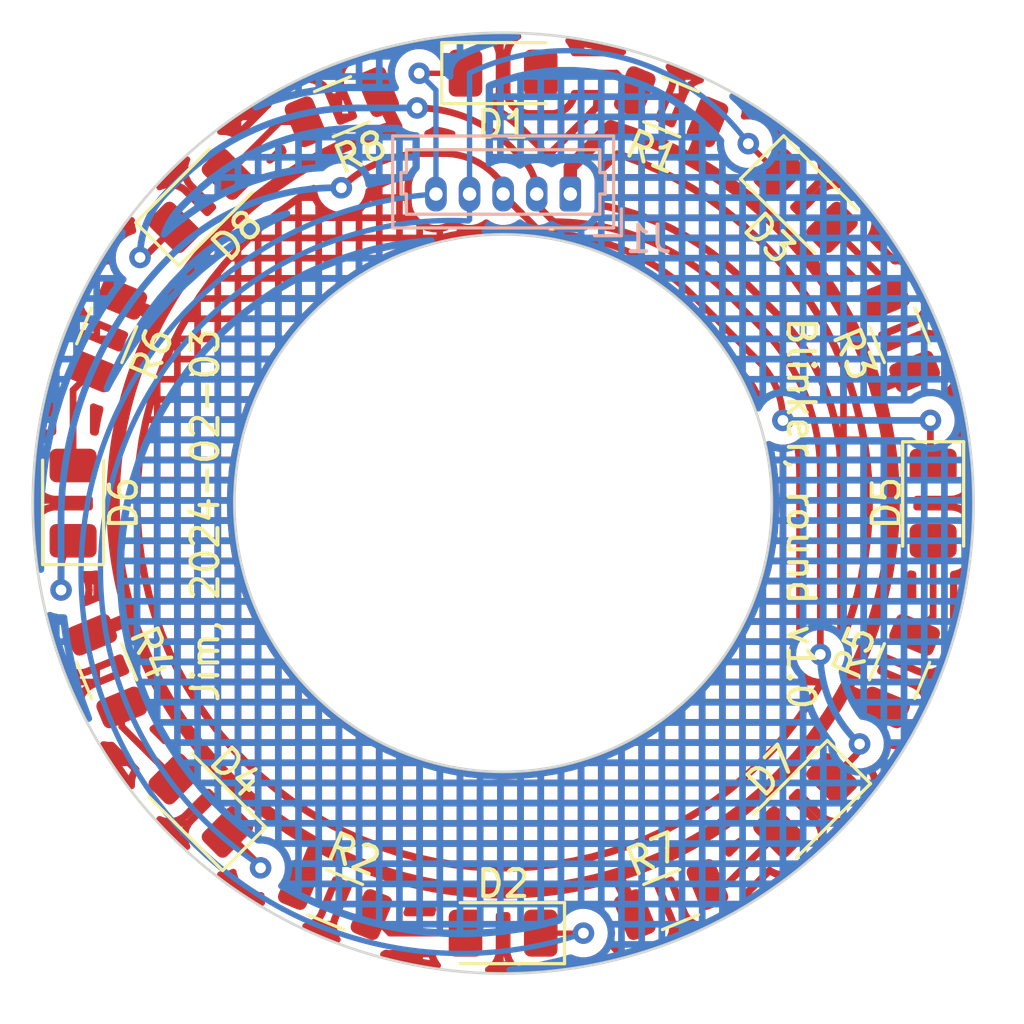
<source format=kicad_pcb>
(kicad_pcb (version 20221018) (generator pcbnew)
  (layers (0 "F.Cu" signal) (31 "B.Cu" signal) (34 "B.Paste" user) (35 "F.Paste" user) (36 "B.SilkS" user "B.Silkscreen") (37 "F.SilkS" user "F.Silkscreen") (38 "B.Mask" user) (39 "F.Mask" user) (44 "Edge.Cuts" user))
  (net 0 "")
  (net 1 "Net-(D1-K)")
  (net 2 "Net-(D1-A)")
  (net 3 "Net-(D2-A)")
  (net 4 "Net-(D3-A)")
  (net 5 "Net-(D4-A)")
  (net 6 "Net-(D5-A)")
  (net 7 "Net-(D6-A)")
  (net 8 "Net-(D7-A)")
  (net 9 "Net-(D8-A)")
  (net 10 "Net-(D3-K)")
  (net 11 "Net-(D5-K)")
  (net 12 "Net-(D7-K)")
  (net 13 "VCC")
  (footprint "LED_SMD:LED_1206_3216Metric" (layer "F.Cu") (at 100 116 180)
    (fp_text reference "D2" (at 0 1.84) (layer "F.SilkS"))
    (fp_text value "LED" hide)
    (fp_line (start -2.285 -1.135) (end -2.285 1.135) (stroke (width 0.12)) (layer "F.SilkS"))
    (fp_line (start -2.285 1.135) (end 1.6 1.135) (stroke (width 0.12)) (layer "F.SilkS"))
    (fp_line (start 1.6 -1.135) (end -2.285 -1.135) (stroke (width 0.12)) (layer "F.SilkS"))
    (pad "1" smd roundrect (at -1.4 0 180) (size 1.25 1.75) (layers "F.Cu" "F.Paste" "F.Mask") (roundrect_rratio 0.2) (net 1 "Net-(D1-K)"))
    (pad "2" smd roundrect (at 1.4 0 180) (size 1.25 1.75) (layers "F.Cu" "F.Paste" "F.Mask") (roundrect_rratio 0.2) (net 3 "Net-(D2-A)"))
  )
  (footprint "Resistor_SMD:R_1206_3216Metric" (layer "F.Cu") (at 114.75 106.25 67.5)
    (fp_text reference "R5" (at 0 -1.82 67.5) (layer "F.SilkS"))
    (fp_text value "R" hide)
    (fp_line (start -0.727064 -0.91) (end 0.727064 -0.91) (stroke (width 0.12)) (layer "F.SilkS"))
    (fp_line (start -0.727064 0.91) (end 0.727064 0.91) (stroke (width 0.12)) (layer "F.SilkS"))
    (pad "1" smd roundrect (at -1.4625 0 67.5) (size 1.125 1.75) (layers "F.Cu" "F.Paste" "F.Mask") (roundrect_rratio 0.2222222222) (net 13 "VCC"))
    (pad "2" smd roundrect (at 1.4625 0 67.5) (size 1.125 1.75) (layers "F.Cu" "F.Paste" "F.Mask") (roundrect_rratio 0.2222222222) (net 6 "Net-(D5-A)"))
  )
  (footprint "LED_SMD:LED_1206_3216Metric" (layer "F.Cu") (at 111.25 88.75 -45)
    (fp_text reference "D3" (at 0.028212 1.937473 135) (layer "F.SilkS"))
    (fp_text value "LED" hide)
    (fp_line (start -2.285 -1.135) (end -2.285 1.135) (stroke (width 0.12)) (layer "F.SilkS"))
    (fp_line (start -2.285 1.135) (end 1.6 1.135) (stroke (width 0.12)) (layer "F.SilkS"))
    (fp_line (start 1.6 -1.135) (end -2.285 -1.135) (stroke (width 0.12)) (layer "F.SilkS"))
    (pad "1" smd roundrect (at -1.4 0 315) (size 1.25 1.75) (layers "F.Cu" "F.Paste" "F.Mask") (roundrect_rratio 0.2) (net 10 "Net-(D3-K)"))
    (pad "2" smd roundrect (at 1.4 0 315) (size 1.25 1.75) (layers "F.Cu" "F.Paste" "F.Mask") (roundrect_rratio 0.2) (net 4 "Net-(D3-A)"))
  )
  (footprint "Resistor_SMD:R_1206_3216Metric" (layer "F.Cu") (at 94 85.25 -157.5)
    (fp_text reference "R8" (at 0 -1.82 22.5) (layer "F.SilkS"))
    (fp_text value "R" hide)
    (fp_line (start -0.727064 -0.91) (end 0.727064 -0.91) (stroke (width 0.12)) (layer "F.SilkS"))
    (fp_line (start -0.727064 0.91) (end 0.727064 0.91) (stroke (width 0.12)) (layer "F.SilkS"))
    (pad "1" smd roundrect (at -1.4625 0 202.5) (size 1.125 1.75) (layers "F.Cu" "F.Paste" "F.Mask") (roundrect_rratio 0.2222222222) (net 13 "VCC"))
    (pad "2" smd roundrect (at 1.4625 0 202.5) (size 1.125 1.75) (layers "F.Cu" "F.Paste" "F.Mask") (roundrect_rratio 0.2222222222) (net 9 "Net-(D8-A)"))
  )
  (footprint "LED_SMD:LED_1206_3216Metric" (layer "F.Cu") (at 84 100 90)
    (fp_text reference "D6" (at 0 1.88 90) (layer "F.SilkS"))
    (fp_text value "LED" hide)
    (fp_line (start -2.285 -1.135) (end -2.285 1.135) (stroke (width 0.12)) (layer "F.SilkS"))
    (fp_line (start -2.285 1.135) (end 1.6 1.135) (stroke (width 0.12)) (layer "F.SilkS"))
    (fp_line (start 1.6 -1.135) (end -2.285 -1.135) (stroke (width 0.12)) (layer "F.SilkS"))
    (pad "1" smd roundrect (at -1.4 0 90) (size 1.25 1.75) (layers "F.Cu" "F.Paste" "F.Mask") (roundrect_rratio 0.2) (net 11 "Net-(D5-K)"))
    (pad "2" smd roundrect (at 1.4 0 90) (size 1.25 1.75) (layers "F.Cu" "F.Paste" "F.Mask") (roundrect_rratio 0.2) (net 7 "Net-(D6-A)"))
  )
  (footprint "LED_SMD:LED_1206_3216Metric" (layer "F.Cu") (at 88.75 88.75 45)
    (fp_text reference "D8" (at 0.042499 1.866762 45) (layer "F.SilkS"))
    (fp_text value "LED" hide)
    (fp_line (start -2.285 -1.135) (end -2.285 1.135) (stroke (width 0.12)) (layer "F.SilkS"))
    (fp_line (start -2.285 1.135) (end 1.6 1.135) (stroke (width 0.12)) (layer "F.SilkS"))
    (fp_line (start 1.6 -1.135) (end -2.285 -1.135) (stroke (width 0.12)) (layer "F.SilkS"))
    (pad "1" smd roundrect (at -1.4 0 45) (size 1.25 1.75) (layers "F.Cu" "F.Paste" "F.Mask") (roundrect_rratio 0.2) (net 12 "Net-(D7-K)"))
    (pad "2" smd roundrect (at 1.4 0 45) (size 1.25 1.75) (layers "F.Cu" "F.Paste" "F.Mask") (roundrect_rratio 0.2) (net 9 "Net-(D8-A)"))
  )
  (footprint "LED_SMD:LED_1206_3216Metric" (layer "F.Cu") (at 116 100 -90)
    (fp_text reference "D5" (at 0 1.74 90) (layer "F.SilkS"))
    (fp_text value "LED" hide)
    (fp_line (start -2.285 -1.135) (end -2.285 1.135) (stroke (width 0.12)) (layer "F.SilkS"))
    (fp_line (start -2.285 1.135) (end 1.6 1.135) (stroke (width 0.12)) (layer "F.SilkS"))
    (fp_line (start 1.6 -1.135) (end -2.285 -1.135) (stroke (width 0.12)) (layer "F.SilkS"))
    (pad "1" smd roundrect (at -1.4 0 270) (size 1.25 1.75) (layers "F.Cu" "F.Paste" "F.Mask") (roundrect_rratio 0.2) (net 11 "Net-(D5-K)"))
    (pad "2" smd roundrect (at 1.4 0 270) (size 1.25 1.75) (layers "F.Cu" "F.Paste" "F.Mask") (roundrect_rratio 0.2) (net 6 "Net-(D5-A)"))
  )
  (footprint "LED_SMD:LED_1206_3216Metric" (layer "F.Cu") (at 88.75 111.25 135)
    (fp_text reference "D4" (at -0.035319 1.803158 135) (layer "F.SilkS"))
    (fp_text value "LED" hide)
    (fp_line (start -2.285 -1.135) (end -2.285 1.135) (stroke (width 0.12)) (layer "F.SilkS"))
    (fp_line (start -2.285 1.135) (end 1.6 1.135) (stroke (width 0.12)) (layer "F.SilkS"))
    (fp_line (start 1.6 -1.135) (end -2.285 -1.135) (stroke (width 0.12)) (layer "F.SilkS"))
    (pad "1" smd roundrect (at -1.4 0 135) (size 1.25 1.75) (layers "F.Cu" "F.Paste" "F.Mask") (roundrect_rratio 0.2) (net 10 "Net-(D3-K)"))
    (pad "2" smd roundrect (at 1.4 0 135) (size 1.25 1.75) (layers "F.Cu" "F.Paste" "F.Mask") (roundrect_rratio 0.2) (net 5 "Net-(D4-A)"))
  )
  (footprint "Resistor_SMD:R_1206_3216Metric" (layer "F.Cu") (at 85.25 93.75 -112.5)
    (fp_text reference "R6" (at 0 -1.82 67.5) (layer "F.SilkS"))
    (fp_text value "R" hide)
    (fp_line (start -0.727064 -0.91) (end 0.727064 -0.91) (stroke (width 0.12)) (layer "F.SilkS"))
    (fp_line (start -0.727064 0.91) (end 0.727064 0.91) (stroke (width 0.12)) (layer "F.SilkS"))
    (pad "1" smd roundrect (at -1.4625 0 247.5) (size 1.125 1.75) (layers "F.Cu" "F.Paste" "F.Mask") (roundrect_rratio 0.2222222222) (net 13 "VCC"))
    (pad "2" smd roundrect (at 1.4625 0 247.5) (size 1.125 1.75) (layers "F.Cu" "F.Paste" "F.Mask") (roundrect_rratio 0.2222222222) (net 7 "Net-(D6-A)"))
  )
  (footprint "Resistor_SMD:R_1206_3216Metric" (layer "F.Cu") (at 93.75 114.75 -22.5)
    (fp_text reference "R2" (at 0 -1.82 157.5) (layer "F.SilkS"))
    (fp_text value "R" hide)
    (fp_line (start -0.727064 -0.91) (end 0.727064 -0.91) (stroke (width 0.12)) (layer "F.SilkS"))
    (fp_line (start -0.727064 0.91) (end 0.727064 0.91) (stroke (width 0.12)) (layer "F.SilkS"))
    (pad "1" smd roundrect (at -1.4625 0 337.5) (size 1.125 1.75) (layers "F.Cu" "F.Paste" "F.Mask") (roundrect_rratio 0.2222222222) (net 13 "VCC"))
    (pad "2" smd roundrect (at 1.4625 0 337.5) (size 1.125 1.75) (layers "F.Cu" "F.Paste" "F.Mask") (roundrect_rratio 0.2222222222) (net 3 "Net-(D2-A)"))
  )
  (footprint "Resistor_SMD:R_1206_3216Metric" (layer "F.Cu") (at 106.25 114.75 22.5)
    (fp_text reference "R7" (at 0 -1.82 22.5) (layer "F.SilkS"))
    (fp_text value "R" hide)
    (fp_line (start -0.727064 -0.91) (end 0.727064 -0.91) (stroke (width 0.12)) (layer "F.SilkS"))
    (fp_line (start -0.727064 0.91) (end 0.727064 0.91) (stroke (width 0.12)) (layer "F.SilkS"))
    (pad "1" smd roundrect (at -1.4625 0 22.5) (size 1.125 1.75) (layers "F.Cu" "F.Paste" "F.Mask") (roundrect_rratio 0.2222222222) (net 13 "VCC"))
    (pad "2" smd roundrect (at 1.4625 0 22.5) (size 1.125 1.75) (layers "F.Cu" "F.Paste" "F.Mask") (roundrect_rratio 0.2222222222) (net 8 "Net-(D7-A)"))
  )
  (footprint "Resistor_SMD:R_1206_3216Metric" (layer "F.Cu") (at 114.75 93.75 112.5)
    (fp_text reference "R3" (at 0 -1.82 112.5) (layer "F.SilkS"))
    (fp_text value "R" hide)
    (fp_line (start -0.727064 -0.91) (end 0.727064 -0.91) (stroke (width 0.12)) (layer "F.SilkS"))
    (fp_line (start -0.727064 0.91) (end 0.727064 0.91) (stroke (width 0.12)) (layer "F.SilkS"))
    (pad "1" smd roundrect (at -1.4625 0 112.5) (size 1.125 1.75) (layers "F.Cu" "F.Paste" "F.Mask") (roundrect_rratio 0.2222222222) (net 13 "VCC"))
    (pad "2" smd roundrect (at 1.4625 0 112.5) (size 1.125 1.75) (layers "F.Cu" "F.Paste" "F.Mask") (roundrect_rratio 0.2222222222) (net 4 "Net-(D3-A)"))
  )
  (footprint "LED_SMD:LED_1206_3216Metric" (layer "F.Cu") (at 111.25 111.25 -135)
    (fp_text reference "D7" (at -0.028212 1.796051 45) (layer "F.SilkS"))
    (fp_text value "LED" hide)
    (fp_line (start -2.285 -1.135) (end -2.285 1.135) (stroke (width 0.12)) (layer "F.SilkS"))
    (fp_line (start -2.285 1.135) (end 1.6 1.135) (stroke (width 0.12)) (layer "F.SilkS"))
    (fp_line (start 1.6 -1.135) (end -2.285 -1.135) (stroke (width 0.12)) (layer "F.SilkS"))
    (pad "1" smd roundrect (at -1.4 0 225) (size 1.25 1.75) (layers "F.Cu" "F.Paste" "F.Mask") (roundrect_rratio 0.2) (net 12 "Net-(D7-K)"))
    (pad "2" smd roundrect (at 1.4 0 225) (size 1.25 1.75) (layers "F.Cu" "F.Paste" "F.Mask") (roundrect_rratio 0.2) (net 8 "Net-(D7-A)"))
  )
  (footprint "Resistor_SMD:R_1206_3216Metric" (layer "F.Cu") (at 106.25 85.25 157.5)
    (fp_text reference "R1" (at 0 -1.82 157.5) (layer "F.SilkS"))
    (fp_text value "R" hide)
    (fp_line (start -0.727064 -0.91) (end 0.727064 -0.91) (stroke (width 0.12)) (layer "F.SilkS"))
    (fp_line (start -0.727064 0.91) (end 0.727064 0.91) (stroke (width 0.12)) (layer "F.SilkS"))
    (pad "1" smd roundrect (at -1.4625 0 157.5) (size 1.125 1.75) (layers "F.Cu" "F.Paste" "F.Mask") (roundrect_rratio 0.2222222222) (net 13 "VCC"))
    (pad "2" smd roundrect (at 1.4625 0 157.5) (size 1.125 1.75) (layers "F.Cu" "F.Paste" "F.Mask") (roundrect_rratio 0.2222222222) (net 2 "Net-(D1-A)"))
  )
  (footprint "LED_SMD:LED_1206_3216Metric" (layer "F.Cu") (at 100 84)
    (fp_text reference "D1" (at 0 1.91) (layer "F.SilkS"))
    (fp_text value "LED" hide)
    (fp_line (start -2.285 -1.135) (end -2.285 1.135) (stroke (width 0.12)) (layer "F.SilkS"))
    (fp_line (start -2.285 1.135) (end 1.6 1.135) (stroke (width 0.12)) (layer "F.SilkS"))
    (fp_line (start 1.6 -1.135) (end -2.285 -1.135) (stroke (width 0.12)) (layer "F.SilkS"))
    (pad "1" smd roundrect (at -1.4 0) (size 1.25 1.75) (layers "F.Cu" "F.Paste" "F.Mask") (roundrect_rratio 0.2) (net 1 "Net-(D1-K)"))
    (pad "2" smd roundrect (at 1.4 0) (size 1.25 1.75) (layers "F.Cu" "F.Paste" "F.Mask") (roundrect_rratio 0.2) (net 2 "Net-(D1-A)"))
  )
  (footprint "Resistor_SMD:R_1206_3216Metric" (layer "F.Cu") (at 85.25 106.25 -67.5)
    (fp_text reference "R4" (at 0 -1.82 112.5) (layer "F.SilkS"))
    (fp_text value "R" hide)
    (fp_line (start -0.727064 -0.91) (end 0.727064 -0.91) (stroke (width 0.12)) (layer "F.SilkS"))
    (fp_line (start -0.727064 0.91) (end 0.727064 0.91) (stroke (width 0.12)) (layer "F.SilkS"))
    (pad "1" smd roundrect (at -1.4625 0 292.5) (size 1.125 1.75) (layers "F.Cu" "F.Paste" "F.Mask") (roundrect_rratio 0.2222222222) (net 13 "VCC"))
    (pad "2" smd roundrect (at 1.4625 0 292.5) (size 1.125 1.75) (layers "F.Cu" "F.Paste" "F.Mask") (roundrect_rratio 0.2222222222) (net 5 "Net-(D4-A)"))
  )
  (footprint "Connector_Molex:Molex_PicoBlade_53047-0510_1x05_P1.25mm_Vertical" (layer "B.Cu") (at 102.5 88.5 180)
    (fp_text reference "J1" (at -2.91 -1.67) (layer "B.SilkS") (effects (justify mirror)))
    (fp_text value "To Base" hide)
    (fp_line (start -1.9 -1.55) (end -1.9 -0.55) (stroke (width 0.12)) (layer "B.SilkS"))
    (fp_line (start -1.9 -1.55) (end -0.9 -1.55) (stroke (width 0.12)) (layer "B.SilkS"))
    (fp_line (start -1.61 -1.26) (end 6.61 -1.26) (stroke (width 0.12)) (layer "B.SilkS"))
    (fp_line (start -1.61 2.16) (end -1.61 -1.26) (stroke (width 0.12)) (layer "B.SilkS"))
    (fp_line (start -1.3 0) (end -1.3 0.8) (stroke (width 0.12)) (layer "B.SilkS"))
    (fp_line (start -1.3 0.8) (end -1.1 0.8) (stroke (width 0.12)) (layer "B.SilkS"))
    (fp_line (start -1.1 -0.75) (end -1.1 0) (stroke (width 0.12)) (layer "B.SilkS"))
    (fp_line (start -1.1 0) (end -1.3 0) (stroke (width 0.12)) (layer "B.SilkS"))
    (fp_line (start -1.1 0.8) (end -1.1 1.65) (stroke (width 0.12)) (layer "B.SilkS"))
    (fp_line (start -1.1 1.65) (end 2.5 1.65) (stroke (width 0.12)) (layer "B.SilkS"))
    (fp_line (start 2.5 -0.75) (end -1.1 -0.75) (stroke (width 0.12)) (layer "B.SilkS"))
    (fp_line (start 2.5 -0.75) (end 6.1 -0.75) (stroke (width 0.12)) (layer "B.SilkS"))
    (fp_line (start 6.1 -0.75) (end 6.1 0) (stroke (width 0.12)) (layer "B.SilkS"))
    (fp_line (start 6.1 0) (end 6.3 0) (stroke (width 0.12)) (layer "B.SilkS"))
    (fp_line (start 6.1 0.8) (end 6.1 1.65) (stroke (width 0.12)) (layer "B.SilkS"))
    (fp_line (start 6.1 1.65) (end 2.5 1.65) (stroke (width 0.12)) (layer "B.SilkS"))
    (fp_line (start 6.3 0) (end 6.3 0.8) (stroke (width 0.12)) (layer "B.SilkS"))
    (fp_line (start 6.3 0.8) (end 6.1 0.8) (stroke (width 0.12)) (layer "B.SilkS"))
    (fp_line (start 6.61 -1.26) (end 6.61 2.16) (stroke (width 0.12)) (layer "B.SilkS"))
    (fp_line (start 6.61 2.16) (end -1.61 2.16) (stroke (width 0.12)) (layer "B.SilkS"))
    (pad "1" thru_hole roundrect (at 0 0 180) (size 0.8 1.3) (drill 0.5) (layers "*.Cu" "*.Mask") (net 13 "VCC"))
    (pad "2" thru_hole oval (at 1.25 0 180) (size 0.8 1.3) (drill 0.5) (layers "*.Cu" "*.Mask") (net 12 "Net-(D7-K)"))
    (pad "3" thru_hole oval (at 2.5 0 180) (size 0.8 1.3) (drill 0.5) (layers "*.Cu" "*.Mask") (net 11 "Net-(D5-K)"))
    (pad "4" thru_hole oval (at 3.75 0 180) (size 0.8 1.3) (drill 0.5) (layers "*.Cu" "*.Mask") (net 10 "Net-(D3-K)"))
    (pad "5" thru_hole oval (at 5 0 180) (size 0.8 1.3) (drill 0.5) (layers "*.Cu" "*.Mask") (net 1 "Net-(D1-K)"))
  )
  (gr_circle (center 100 100) (end 117.5 100) (stroke (width 0.1)) (fill none) (layer "Edge.Cuts"))
  (gr_circle (center 100 100) (end 110 100) (stroke (width 0.1)) (fill none) (layer "Edge.Cuts"))
  (gr_text "Blinker, round v1.0" (at 110.5 93 270) (layer "F.SilkS") (effects (font (size 1 1)) (justify left bottom)))
  (gr_text "Jim, 2024-02-03" (at 89.5 107.5 90) (layer "F.SilkS") (effects (font (size 1 1)) (justify left bottom)))
  (segment (start 98.592378 84.007622) (end 98.6 84) (width 0.2) (layer "F.Cu") (net 1))
  (segment (start 96.875836 84.007622) (end 98.592378 84.007622) (width 0.2) (layer "F.Cu") (net 1))
  (segment (start 101.400524 115.999476) (end 101.4 116) (width 0.2) (layer "F.Cu") (net 1))
  (segment (start 102.987874 115.999476) (end 101.400524 115.999476) (width 0.2) (layer "F.Cu") (net 1))
  (via (at 96.875836 84.007622) (size 0.8) (drill 0.4) (layers "F.Cu" "B.Cu") (net 1))
  (via (at 102.987874 115.999476) (size 0.8) (drill 0.4) (layers "F.Cu" "B.Cu") (net 1))
  (segment (start 102.988398 116) (end 102.987874 115.999476) (width 0.2) (layer "B.Cu") (net 1))
  (segment (start 97.5 84.631786) (end 96.875836 84.007622) (width 0.2) (layer "B.Cu") (net 1))
  (segment (start 97.5 88.5) (end 97.5 84.631786) (width 0.2) (layer "B.Cu") (net 1))
  (segment (start 103 116) (end 102.988398 116) (width 0.2) (layer "B.Cu") (net 1))
  (arc (start 103 116) (mid 84.571128 105.385773) (end 97.5 88.5) (width 0.2) (layer "B.Cu") (net 1))
  (segment (start 104.208501 84) (end 104.898826 84.690325) (width 0.25) (layer "F.Cu") (net 2))
  (segment (start 101.4 84) (end 104.208501 84) (width 0.25) (layer "F.Cu") (net 2))
  (segment (start 95.791499 116) (end 95.101174 115.309675) (width 0.25) (layer "F.Cu") (net 3))
  (segment (start 98.6 116) (end 95.791499 116) (width 0.25) (layer "F.Cu") (net 3))
  (segment (start 112.239949 89.739949) (end 114.190325 91.690325) (width 0.25) (layer "F.Cu") (net 4))
  (segment (start 114.190325 91.690325) (end 114.190325 92.398826) (width 0.25) (layer "F.Cu") (net 4))
  (segment (start 85.809675 108.309675) (end 85.809675 107.601174) (width 0.25) (layer "F.Cu") (net 5))
  (segment (start 87.760051 110.260051) (end 85.809675 108.309675) (width 0.25) (layer "F.Cu") (net 5))
  (segment (start 116 104.208501) (end 115.309675 104.898826) (width 0.25) (layer "F.Cu") (net 6))
  (segment (start 116 101.4) (end 116 104.208501) (width 0.25) (layer "F.Cu") (net 6))
  (segment (start 84 98.6) (end 84 95.791499) (width 0.25) (layer "F.Cu") (net 7))
  (segment (start 84 95.791499) (end 84.690325 95.101174) (width 0.25) (layer "F.Cu") (net 7))
  (segment (start 107.601174 114.190325) (end 108.309675 114.190325) (width 0.25) (layer "F.Cu") (net 8))
  (segment (start 108.309675 114.190325) (end 110.260051 112.239949) (width 0.25) (layer "F.Cu") (net 8))
  (segment (start 92.648826 85.809675) (end 91.690325 85.809675) (width 0.25) (layer "F.Cu") (net 9))
  (segment (start 91.690325 85.809675) (end 89.739949 87.760051) (width 0.25) (layer "F.Cu") (net 9))
  (segment (start 90.974726 113.474726) (end 89.739949 112.239949) (width 0.2) (layer "F.Cu") (net 10))
  (segment (start 109.124742 86.624742) (end 110.260051 87.760051) (width 0.2) (layer "F.Cu") (net 10))
  (segment (start 109.123639 86.624742) (end 109.124742 86.624742) (width 0.2) (layer "F.Cu") (net 10))
  (segment (start 90.974726 113.570001) (end 90.974726 113.474726) (width 0.2) (layer "F.Cu") (net 10))
  (via (at 109.123639 86.624742) (size 0.8) (drill 0.4) (layers "F.Cu" "B.Cu") (net 10))
  (via (at 90.974726 113.570001) (size 0.8) (drill 0.4) (layers "F.Cu" "B.Cu") (net 10))
  (segment (start 98.7 89.5) (end 98.75 89.45) (width 0.2) (layer "B.Cu") (net 10))
  (segment (start 91 113.544727) (end 90.974726 113.570001) (width 0.2) (layer "B.Cu") (net 10))
  (segment (start 98.75 89.45) (end 98.75 88.5) (width 0.2) (layer "B.Cu") (net 10))
  (segment (start 109.1 86.601103) (end 109.123639 86.624742) (width 0.2) (layer "B.Cu") (net 10))
  (segment (start 109.1 86.6) (end 109.1 86.601103) (width 0.2) (layer "B.Cu") (net 10))
  (segment (start 98.75 84) (end 98.75 88.5) (width 0.2) (layer "B.Cu") (net 10))
  (segment (start 91 113.5) (end 91 113.544727) (width 0.2) (layer "B.Cu") (net 10))
  (arc (start 91 113.5) (mid 85.642076 98.545792) (end 98.7 89.5) (width 0.2) (layer "B.Cu") (net 10))
  (arc (start 98.75 84) (mid 104.398161 83.416454) (end 109.1 86.6) (width 0.2) (layer "B.Cu") (net 10))
  (segment (start 100 88.1) (end 99.676354 87.776354) (width 0.25) (layer "F.Cu") (net 11))
  (segment (start 108.290143 93.50674) (end 109.493945 94.710542) (width 0.25) (layer "F.Cu") (net 11))
  (segment (start 115.89794 96.922005) (end 115.89794 98.353606) (width 0.25) (layer "F.Cu") (net 11))
  (segment (start 100 88.5) (end 100 88.525305) (width 0.25) (layer "F.Cu") (net 11))
  (segment (start 100 88.525305) (end 101.445937 89.971242) (width 0.25) (layer "F.Cu") (net 11))
  (segment (start 83.551296 103.232125) (end 83.551296 102.483267) (width 0.25) (layer "F.Cu") (net 11))
  (segment (start 107.094255 92.310852) (end 108.290143 93.50674) (width 0.25) (layer "F.Cu") (net 11))
  (segment (start 100 88.5) (end 100 88.1) (width 0.25) (layer "F.Cu") (net 11))
  (segment (start 97.79 86.995) (end 97.046051 86.995) (width 0.25) (layer "F.Cu") (net 11))
  (via (at 83.551296 103.232125) (size 0.8) (drill 0.4) (layers "F.Cu" "B.Cu") (net 11))
  (via (at 93.98 88.265) (size 0.8) (drill 0.4) (layers "F.Cu" "B.Cu") (net 11))
  (via (at 115.89794 96.922005) (size 0.8) (drill 0.4) (layers "F.Cu" "B.Cu") (net 11))
  (via (at 110.409963 96.922005) (size 0.8) (drill 0.4) (layers "F.Cu" "B.Cu") (net 11))
  (arc (start 97.046051 86.995) (mid 95.386717 87.325062) (end 93.98 88.265) (width 0.25) (layer "F.Cu") (net 11))
  (arc (start 99.676354 87.776354) (mid 98.810888 87.198067) (end 97.79 86.995) (width 0.25) (layer "F.Cu") (net 11))
  (arc (start 109.493945 94.710542) (mid 110.171897 95.725169) (end 110.409963 96.922005) (width 0.25) (layer "F.Cu") (net 11))
  (arc (start 115.89794 98.353606) (mid 115.924464 98.486954) (end 116 98.6) (width 0.25) (layer "F.Cu") (net 11))
  (arc (start 83.551296 102.483267) (mid 83.66791 101.897008) (end 84 101.4) (width 0.25) (layer "F.Cu") (net 11))
  (arc (start 101.445937 89.971242) (mid 104.502785 90.579287) (end 107.094255 92.310852) (width 0.25) (layer "F.Cu") (net 11))
  (segment (start 93.98 88.265) (end 93.762102 88.265) (width 0.25) (layer "B.Cu") (net 11))
  (segment (start 83.551296 100.651862) (end 83.551296 103.232125) (width 0.25) (layer "B.Cu") (net 11))
  (segment (start 110.409963 96.922005) (end 115.89794 96.922005) (width 0.25) (layer "B.Cu") (net 11))
  (arc (start 93.762102 88.265) (mid 90.443433 88.925124) (end 87.63 90.805) (width 0.25) (layer "B.Cu") (net 11))
  (arc (start 87.63 90.805) (mid 84.611317 95.322778) (end 83.551296 100.651862) (width 0.25) (layer "B.Cu") (net 11))
  (segment (start 86.749787 90.750212) (end 87.760051 89.739949) (width 0.25) (layer "F.Cu") (net 12))
  (segment (start 100.273981 86.73544) (end 100.692417 87.153876) (width 0.25) (layer "F.Cu") (net 12))
  (segment (start 111.802493 100.241207) (end 111.802493 105.629297) (width 0.25) (layer "F.Cu") (net 12))
  (segment (start 113.065584 109.434417) (end 112.239949 110.260051) (width 0.25) (layer "F.Cu") (net 12))
  (segment (start 111.802493 98.873701) (end 111.802493 100.241207) (width 0.25) (layer "F.Cu") (net 12))
  (segment (start 101.25 88.5) (end 101.25 88.9) (width 0.25) (layer "F.Cu") (net 12))
  (segment (start 101.25 88.9) (end 101.878096 89.528096) (width 0.25) (layer "F.Cu") (net 12))
  (segment (start 108.351994 92.209673) (end 109.530184 93.387862) (width 0.25) (layer "F.Cu") (net 12))
  (via (at 113.261421 108.961623) (size 0.8) (drill 0.4) (layers "F.Cu" "B.Cu") (net 12))
  (via (at 86.488969 90.858247) (size 0.8) (drill 0.4) (layers "F.Cu" "B.Cu") (net 12))
  (via (at 111.802493 105.629297) (size 0.8) (drill 0.4) (layers "F.Cu" "B.Cu") (net 12))
  (via (at 96.8 85.29647) (size 0.8) (drill 0.4) (layers "F.Cu" "B.Cu") (net 12))
  (arc (start 101.878096 89.528096) (mid 105.381745 90.225015) (end 108.351994 92.209673) (width 0.25) (layer "F.Cu") (net 12))
  (arc (start 86.488969 90.858247) (mid 86.630123 90.83017) (end 86.749787 90.750212) (width 0.25) (layer "F.Cu") (net 12))
  (arc (start 100.692417 87.153876) (mid 101.105089 87.771483) (end 101.25 88.5) (width 0.25) (layer "F.Cu") (net 12))
  (arc (start 113.261421 108.961623) (mid 113.210524 109.217497) (end 113.065584 109.434417) (width 0.25) (layer "F.Cu") (net 12))
  (arc (start 109.530184 93.387862) (mid 111.211939 95.904786) (end 111.802493 98.873701) (width 0.25) (layer "F.Cu") (net 12))
  (arc (start 96.8 85.29647) (mid 98.680105 85.670446) (end 100.273981 86.73544) (width 0.25) (layer "F.Cu") (net 12))
  (segment (start 94.586148 85.29647) (end 96.8 85.29647) (width 0.25) (layer "B.Cu") (net 12))
  (segment (start 87.493578 88.432908) (end 87.832606 88.093879) (width 0.25) (layer "B.Cu") (net 12))
  (segment (start 113.127185 108.827388) (end 113.261421 108.961623) (width 0.25) (layer "B.Cu") (net 12))
  (arc (start 111.802493 105.629297) (mid 112.146769 107.360091) (end 113.127185 108.827388) (width 0.25) (layer "B.Cu") (net 12))
  (arc (start 86.488969 90.858247) (mid 86.750058 89.545663) (end 87.493578 88.432908) (width 0.25) (layer "B.Cu") (net 12))
  (arc (start 87.832606 88.093879) (mid 90.931157 86.023493) (end 94.586148 85.29647) (width 0.25) (layer "B.Cu") (net 12))
  (segment (start 92.544587 113.893487) (end 92.991828 112.81375) (width 0.5) (layer "F.Cu") (net 13))
  (segment (start 104 86) (end 102.5 87.5) (width 0.5) (layer "F.Cu") (net 13))
  (segment (start 102.5 87.5) (end 102.5 88.5) (width 0.5) (layer "F.Cu") (net 13))
  (segment (start 114.039018 95.648017) (end 115.570449 95.013678) (width 0.5) (layer "F.Cu") (net 13))
  (segment (start 112.83299 107.006936) (end 114.492561 107.694353) (width 0.5) (layer "F.Cu") (net 13))
  (segment (start 95.351174 84.690325) (end 96 86) (width 0.5) (layer "F.Cu") (net 13))
  (segment (start 104.266889 113.941775) (end 104.915715 115.25145) (width 0.5) (layer "F.Cu") (net 13))
  (segment (start 84.526866 104.950732) (end 86.058297 104.316393) (width 0.5) (layer "F.Cu") (net 13))
  (segment (start 107.041648 87.139867) (end 107.488889 86.06013) (width 0.5) (layer "F.Cu") (net 13))
  (segment (start 85.5392 92.352869) (end 87.198771 93.040286) (width 0.5) (layer "F.Cu") (net 13))
  (arc (start 104 86) (mid 100 114.461477) (end 96 86) (width 0.5) (layer "F.Cu") (net 13))
  (zone (net 0) (net_name "") (layers "F&B.Cu") (connect_pads (clearance 0.5)) (min_thickness 0.25) (fill yes (mode hatch) (thermal_gap 0.5) (thermal_bridge_width 0.5) (island_removal_mode 1) (island_area_min 10) (hatch_thickness 0.25) (hatch_gap 0.5) (hatch_orientation 0) (hatch_border_algorithm hatch_thickness) (hatch_min_hole_area 0.3))
    (polygon (pts (xy 81.28 81.28) (xy 119.38 81.28) (xy 119.38 119.38) (xy 81.28 119.38)))
  )
)
</source>
